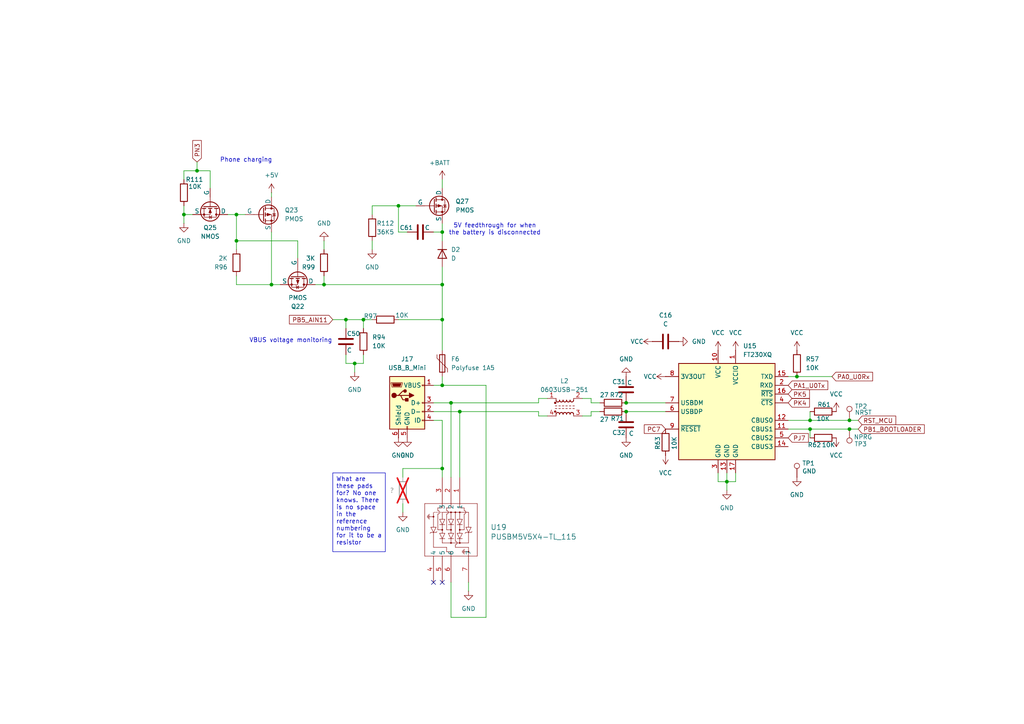
<source format=kicad_sch>
(kicad_sch (version 20250114) (generator "eeschema") (generator_version "9.0")
  (paper "A4")
  (lib_symbols
    (symbol "Connector:TestPoint" (pin_numbers (hide yes)) (pin_names (offset 0.762) (hide yes))
      (property "Reference" "TP" (at 0 6.858 0))
      (property "Value" "TestPoint" (at 0 5.08 0))
      (symbol "TestPoint_0_1"
        (circle (center 0 3.302) (radius 0.762))
      )
      (symbol "TestPoint_1_1"
        (pin passive line (at 0 0 90) (length 2.54) (name "1") (number "1"))
      )
    )
    (symbol "Connector:USB_B_Mini" (pin_names (offset 1.016))
      (property "Reference" "J" (at -5.08 11.43 0))
      (property "Value" "USB_B_Mini" (at -5.08 8.89 0))
      (symbol "USB_B_Mini_0_1"
        (rectangle (start -5.08 -7.62) (end 5.08 7.62) (stroke (width 0.254)) (fill (type background)))
        (polyline (pts (xy -4.699 5.842) (xy -4.699 5.588) (xy -4.445 4.826) (xy -4.445 4.572) (xy -1.651 4.572) (xy -1.651 4.826) (xy -1.397 5.588) (xy -1.397 5.842) (xy -4.699 5.842)))
        (polyline (pts (xy -4.318 5.588) (xy -1.778 5.588) (xy -2.032 4.826) (xy -4.064 4.826) (xy -4.318 5.588)) (fill (type outline)))
        (circle (center -3.81 2.159) (radius 0.635) (stroke (width 0.254)) (fill (type outline)))
        (polyline (pts (xy -3.175 2.159) (xy -2.54 2.159) (xy -1.27 3.429) (xy -0.635 3.429)) (stroke (width 0.254)))
        (polyline (pts (xy -2.54 2.159) (xy -1.905 2.159) (xy -1.27 0.889) (xy 0 0.889)) (stroke (width 0.254)))
        (polyline (pts (xy -1.905 2.159) (xy 0.635 2.159)) (stroke (width 0.254)))
        (circle (center -0.635 3.429) (radius 0.381) (stroke (width 0.254)) (fill (type outline)))
        (rectangle (start -0.127 -7.62) (end 0.127 -6.858))
        (rectangle (start 0.254 1.27) (end -0.508 0.508) (stroke (width 0.254)) (fill (type outline)))
        (polyline (pts (xy 0.635 2.794) (xy 0.635 1.524) (xy 1.905 2.159) (xy 0.635 2.794)) (stroke (width 0.254)) (fill (type outline)))
        (rectangle (start 5.08 4.953) (end 4.318 5.207))
        (rectangle (start 5.08 -0.127) (end 4.318 0.127))
        (rectangle (start 5.08 -2.667) (end 4.318 -2.413))
        (rectangle (start 5.08 -5.207) (end 4.318 -4.953))
      )
      (symbol "USB_B_Mini_1_1"
        (pin passive line (at -2.54 -10.16 90) (length 2.54) (name "Shield") (number "6"))
        (pin power_out line (at 0 -10.16 90) (length 2.54) (name "GND") (number "5"))
        (pin power_out line (at 7.62 5.08 180) (length 2.54) (name "VBUS") (number "1"))
        (pin bidirectional line (at 7.62 0 180) (length 2.54) (name "D+") (number "3"))
        (pin bidirectional line (at 7.62 -2.54 180) (length 2.54) (name "D-") (number "2"))
        (pin passive line (at 7.62 -5.08 180) (length 2.54) (name "ID") (number "4"))
      )
    )
    (symbol "Device:C" (pin_numbers (hide yes)) (pin_names (offset 0.254))
      (property "Reference" "C" (at 0.635 2.54 0))
      (property "Value" "C" (at 0.635 -2.54 0))
      (symbol "C_0_1"
        (polyline (pts (xy -2.032 0.762) (xy 2.032 0.762)) (stroke (width 0.508)))
        (polyline (pts (xy -2.032 -0.762) (xy 2.032 -0.762)) (stroke (width 0.508)))
      )
      (symbol "C_1_1"
        (pin passive line (at 0 3.81 270) (length 2.794) (name "~") (number "1"))
        (pin passive line (at 0 -3.81 90) (length 2.794) (name "~") (number "2"))
      )
    )
    (symbol "Device:D" (pin_numbers (hide yes)) (pin_names (offset 1.016) (hide yes))
      (property "Reference" "D" (at 0 2.54 0))
      (property "Value" "D" (at 0 -2.54 0))
      (symbol "D_0_1"
        (polyline (pts (xy -1.27 1.27) (xy -1.27 -1.27)) (stroke (width 0.254)))
        (polyline (pts (xy 1.27 1.27) (xy 1.27 -1.27) (xy -1.27 0) (xy 1.27 1.27)) (stroke (width 0.254)))
        (polyline (pts (xy 1.27 0) (xy -1.27 0)))
      )
      (symbol "D_1_1"
        (pin passive line (at -3.81 0 0) (length 2.54) (name "K") (number "1"))
        (pin passive line (at 3.81 0 180) (length 2.54) (name "A") (number "2"))
      )
    )
    (symbol "Device:Polyfuse" (pin_numbers (hide yes)) (pin_names (offset 0))
      (property "Reference" "F" (at -2.54 0 90))
      (property "Value" "Polyfuse" (at 2.54 0 90))
      (symbol "Polyfuse_0_1"
        (polyline (pts (xy -1.524 2.54) (xy -1.524 1.524) (xy 1.524 -1.524) (xy 1.524 -2.54)))
        (rectangle (start -0.762 2.54) (end 0.762 -2.54) (stroke (width 0.254)))
        (polyline (pts (xy 0 2.54) (xy 0 -2.54)))
      )
      (symbol "Polyfuse_1_1"
        (pin passive line (at 0 3.81 270) (length 1.27) (name "~") (number "1"))
        (pin passive line (at 0 -3.81 90) (length 1.27) (name "~") (number "2"))
      )
    )
    (symbol "Device:R" (pin_numbers (hide yes)) (pin_names (offset 0))
      (property "Reference" "R" (at 2.032 0 90))
      (property "Value" "R" (at 0 0 90))
      (symbol "R_0_1"
        (rectangle (start -1.016 -2.54) (end 1.016 2.54) (stroke (width 0.254)))
      )
      (symbol "R_1_1"
        (pin passive line (at 0 3.81 270) (length 1.27) (name "~") (number "1"))
        (pin passive line (at 0 -3.81 90) (length 1.27) (name "~") (number "2"))
      )
    )
    (symbol "Filter:0603USB-251" (pin_names (offset 0.254) (hide yes))
      (property "Reference" "FL" (at 0 4.445 0))
      (property "Value" "0603USB-251" (at 0 -4.445 0))
      (symbol "0603USB-251_0_1"
        (circle (center -2.794 1.27) (radius 0.254) (fill (type outline)))
        (polyline (pts (xy -2.794 0.381) (xy -2.286 0.381)))
        (polyline (pts (xy -2.794 -0.381) (xy -2.286 -0.381)))
        (circle (center -2.794 -1.27) (radius 0.254) (fill (type outline)))
        (polyline (pts (xy -2.54 2.032) (xy -2.54 2.54)))
        (polyline (pts (xy -2.54 -2.032) (xy -2.54 -2.54)))
        (arc (start -1.524 2.032) (mid -2.032 1.5262) (end -2.54 2.032) (stroke (width 0.254)))
        (arc (start -2.54 -2.032) (mid -2.032 -1.5262) (end -1.524 -2.032) (stroke (width 0.254)))
        (polyline (pts (xy -1.778 0.381) (xy -1.27 0.381)))
        (polyline (pts (xy -1.778 -0.381) (xy -1.27 -0.381)))
        (arc (start -0.508 2.032) (mid -1.016 1.5262) (end -1.524 2.032) (stroke (width 0.254)))
        (arc (start -1.524 -2.032) (mid -1.016 -1.5262) (end -0.508 -2.032) (stroke (width 0.254)))
        (polyline (pts (xy -0.762 0.381) (xy -0.254 0.381)))
        (polyline (pts (xy -0.762 -0.381) (xy -0.254 -0.381)))
        (arc (start 0.508 2.032) (mid 0 1.5262) (end -0.508 2.032) (stroke (width 0.254)))
        (arc (start -0.508 -2.032) (mid 0 -1.5262) (end 0.508 -2.032) (stroke (width 0.254)))
        (polyline (pts (xy 0.254 0.381) (xy 0.762 0.381)))
        (polyline (pts (xy 0.254 -0.381) (xy 0.762 -0.381)))
        (arc (start 1.524 2.032) (mid 1.016 1.5262) (end 0.508 2.032) (stroke (width 0.254)))
        (arc (start 0.508 -2.032) (mid 1.016 -1.5262) (end 1.524 -2.032) (stroke (width 0.254)))
        (polyline (pts (xy 1.27 0.381) (xy 1.778 0.381)))
        (polyline (pts (xy 1.27 -0.381) (xy 1.778 -0.381)))
        (arc (start 2.54 2.032) (mid 2.032 1.5262) (end 1.524 2.032) (stroke (width 0.254)))
        (arc (start 1.524 -2.032) (mid 2.032 -1.5262) (end 2.54 -2.032) (stroke (width 0.254)))
        (polyline (pts (xy 2.286 0.381) (xy 2.794 0.381)))
        (polyline (pts (xy 2.286 -0.381) (xy 2.794 -0.381)))
        (polyline (pts (xy 2.54 2.54) (xy 2.54 2.032)))
        (polyline (pts (xy 2.54 -2.032) (xy 2.54 -2.54)))
      )
      (symbol "0603USB-251_1_1"
        (pin passive line (at -5.08 2.54 0) (length 2.54) (name "1") (number "1"))
        (pin passive line (at -5.08 -2.54 0) (length 2.54) (name "4") (number "4"))
        (pin passive line (at 5.08 2.54 180) (length 2.54) (name "2") (number "2"))
        (pin passive line (at 5.08 -2.54 180) (length 2.54) (name "3") (number "3"))
      )
    )
    (symbol "Interface_USB:FT230XQ"
      (property "Reference" "U" (at -13.97 15.24 0))
      (property "Value" "FT230XQ" (at 7.62 15.24 0))
      (symbol "FT230XQ_0_1"
        (rectangle (start -13.97 13.97) (end 13.97 -13.97) (stroke (width 0.254)) (fill (type background)))
      )
      (symbol "FT230XQ_1_1"
        (pin power_out line (at -17.78 10.16 0) (length 3.81) (name "3V3OUT") (number "8"))
        (pin bidirectional line (at -17.78 2.54 0) (length 3.81) (name "USBDM") (number "7"))
        (pin bidirectional line (at -17.78 0 0) (length 3.81) (name "USBDP") (number "6"))
        (pin input line (at -17.78 -5.08 0) (length 3.81) (name "~{RESET}") (number "9"))
        (pin power_in line (at -2.54 17.78 270) (length 3.81) (name "VCC") (number "10"))
        (pin power_in line (at -2.54 -17.78 90) (length 3.81) (name "GND") (number "3"))
        (pin power_in line (at 0 -17.78 90) (length 3.81) (name "GND") (number "13"))
        (pin power_in line (at 2.54 17.78 270) (length 3.81) (name "VCCIO") (number "1"))
        (pin power_in line (at 2.54 -17.78 90) (length 3.81) (name "GND") (number "17"))
        (pin output line (at 17.78 10.16 180) (length 3.81) (name "TXD") (number "15"))
        (pin input line (at 17.78 7.62 180) (length 3.81) (name "RXD") (number "2"))
        (pin output line (at 17.78 5.08 180) (length 3.81) (name "~{RTS}") (number "16"))
        (pin input line (at 17.78 2.54 180) (length 3.81) (name "~{CTS}") (number "4"))
        (pin bidirectional line (at 17.78 -2.54 180) (length 3.81) (name "CBUS0") (number "12"))
        (pin bidirectional line (at 17.78 -5.08 180) (length 3.81) (name "CBUS1") (number "11"))
        (pin bidirectional line (at 17.78 -7.62 180) (length 3.81) (name "CBUS2") (number "5"))
        (pin bidirectional line (at 17.78 -10.16 180) (length 3.81) (name "CBUS3") (number "14"))
      )
    )
    (symbol "PUSBM5V5X4_TL_115:PUSBM5V5X4-TL_115" (pin_names (offset 0.254))
      (property "Reference" "CR" (at 15.24 10.16 0))
      (property "Value" "PUSBM5V5X4-TL_115" (at 15.24 7.62 0))
      (symbol "PUSBM5V5X4-TL_115_0_1"
        (polyline (pts (xy 7.62 5.08) (xy 7.62 -10.16)) (stroke (width 0.127)))
        (polyline (pts (xy 7.62 -2.54) (xy 8.89 -2.54)) (stroke (width 0.127)))
        (polyline (pts (xy 7.62 -5.08) (xy 8.89 -5.08)) (stroke (width 0.127)))
        (polyline (pts (xy 7.62 -10.16) (xy 22.86 -10.16)) (stroke (width 0.127)))
        (polyline (pts (xy 8.89 1.27) (xy 8.89 0)) (stroke (width 0.127)))
        (polyline (pts (xy 8.89 1.27) (xy 9.652 1.27)) (stroke (width 0.127)))
        (polyline (pts (xy 8.89 0) (xy 7.62 0)) (stroke (width 0.127)))
        (polyline (pts (xy 8.89 -2.54) (xy 8.89 -3.81)) (stroke (width 0.127)))
        (polyline (pts (xy 8.89 -3.81) (xy 9.652 -3.81)) (stroke (width 0.127)))
        (polyline (pts (xy 8.89 -5.08) (xy 8.89 -6.35)) (stroke (width 0.127)))
        (polyline (pts (xy 8.89 -6.35) (xy 9.652 -6.35)) (stroke (width 0.127)))
        (polyline (pts (xy 10.16 2.54) (xy 10.16 -5.08)) (stroke (width 0.127)))
        (polyline (pts (xy 10.16 2.54) (xy 14.478 2.54)) (stroke (width 0.127)))
        (arc (start 9.652 1.27) (mid 10.16 1.7757) (end 10.668 1.27) (stroke (width 0.127)))
        (polyline (pts (xy 10.16 0) (xy 12.192 0)) (stroke (width 0.127)))
        (circle (center 10.16 0) (radius 0.127) (stroke (width 0.254)))
        (polyline (pts (xy 10.16 -1.27) (xy 18.542 -1.27)) (stroke (width 0.127)))
        (circle (center 10.16 -1.27) (radius 0.127) (stroke (width 0.254)))
        (circle (center 10.16 -2.54) (radius 0.127) (stroke (width 0.254)))
        (arc (start 9.652 -3.81) (mid 10.16 -3.3042) (end 10.668 -3.81) (stroke (width 0.127)))
        (polyline (pts (xy 10.16 -5.334) (xy 10.16 -5.588)) (stroke (width 0.127)))
        (polyline (pts (xy 10.16 -6.096) (xy 10.16 -6.35)) (stroke (width 0.127)))
        (arc (start 9.652 -6.35) (mid 10.16 -5.8442) (end 10.668 -6.35) (stroke (width 0.127)))
        (polyline (pts (xy 10.16 -6.604) (xy 10.16 -6.858)) (stroke (width 0.127)))
        (polyline (pts (xy 10.16 -7.112) (xy 10.16 -7.366)) (stroke (width 0.127)))
        (polyline (pts (xy 10.16 -7.62) (xy 14.478 -7.62)) (stroke (width 0.127)))
        (polyline (pts (xy 10.668 1.27) (xy 15.24 1.27)) (stroke (width 0.127)))
        (polyline (pts (xy 10.668 -3.81) (xy 15.24 -3.81)) (stroke (width 0.127)))
        (polyline (pts (xy 10.668 -6.35) (xy 15.24 -6.35)) (stroke (width 0.127)))
        (polyline (pts (xy 10.668 -8.89) (xy 12.192 -8.89)) (stroke (width 0.127)))
        (polyline (pts (xy 10.922 -9.144) (xy 11.938 -9.144)) (stroke (width 0.127)))
        (polyline (pts (xy 11.176 -9.398) (xy 11.684 -9.398)) (stroke (width 0.127)))
        (circle (center 11.43 -7.62) (radius 0.127) (stroke (width 0.254)))
        (polyline (pts (xy 11.43 -8.89) (xy 11.43 -7.62)) (stroke (width 0.127)))
        (polyline (pts (xy 12.192 0.762) (xy 12.192 -0.762)) (stroke (width 0.127)))
        (polyline (pts (xy 12.192 -0.762) (xy 13.716 0)) (stroke (width 0.127)))
        (polyline (pts (xy 12.192 -1.778) (xy 12.192 -3.302)) (stroke (width 0.127)))
        (polyline (pts (xy 12.192 -2.54) (xy 10.16 -2.54)) (stroke (width 0.127)))
        (polyline (pts (xy 12.192 -3.302) (xy 13.716 -2.54)) (stroke (width 0.127)))
        (polyline (pts (xy 12.192 -4.318) (xy 12.192 -5.842)) (stroke (width 0.127)))
        (polyline (pts (xy 12.192 -5.08) (xy 10.16 -5.08)) (stroke (width 0.127)))
        (polyline (pts (xy 12.192 -5.842) (xy 13.716 -5.08)) (stroke (width 0.127)))
        (polyline (pts (xy 13.716 0.762) (xy 13.716 -0.762)) (stroke (width 0.127)))
        (polyline (pts (xy 13.716 0) (xy 12.192 0.762)) (stroke (width 0.127)))
        (polyline (pts (xy 13.716 0) (xy 16.256 0)) (stroke (width 0.127)))
        (polyline (pts (xy 13.716 -1.778) (xy 13.716 -3.302)) (stroke (width 0.127)))
        (polyline (pts (xy 13.716 -2.54) (xy 12.192 -1.778)) (stroke (width 0.127)))
        (polyline (pts (xy 13.716 -2.54) (xy 16.256 -2.54)) (stroke (width 0.127)))
        (polyline (pts (xy 13.716 -4.318) (xy 13.716 -5.842)) (stroke (width 0.127)))
        (polyline (pts (xy 13.716 -5.08) (xy 12.192 -4.318)) (stroke (width 0.127)))
        (polyline (pts (xy 13.716 -5.08) (xy 16.256 -5.08)) (stroke (width 0.127)))
        (polyline (pts (xy 14.478 3.302) (xy 14.478 1.778)) (stroke (width 0.127)))
        (polyline (pts (xy 14.478 1.778) (xy 16.002 2.54)) (stroke (width 0.127)))
        (polyline (pts (xy 14.478 -6.858) (xy 14.478 -8.382)) (stroke (width 0.127)))
        (polyline (pts (xy 14.478 -8.382) (xy 16.002 -7.62)) (stroke (width 0.127)))
        (polyline (pts (xy 15.24 1.27) (xy 15.24 0)) (stroke (width 0.127)))
        (circle (center 15.24 0) (radius 0.127) (stroke (width 0.254)))
        (circle (center 15.24 -2.54) (radius 0.127) (stroke (width 0.254)))
        (polyline (pts (xy 15.24 -3.81) (xy 15.24 -2.54)) (stroke (width 0.127)))
        (circle (center 15.24 -5.08) (radius 0.127) (stroke (width 0.254)))
        (polyline (pts (xy 15.24 -6.35) (xy 15.24 -5.08)) (stroke (width 0.127)))
        (polyline (pts (xy 16.002 3.302) (xy 15.748 3.556)) (stroke (width 0.127)))
        (polyline (pts (xy 16.002 3.302) (xy 16.002 1.778)) (stroke (width 0.127)))
        (polyline (pts (xy 16.002 2.54) (xy 14.478 3.302)) (stroke (width 0.127)))
        (polyline (pts (xy 16.002 2.54) (xy 19.05 2.54)) (stroke (width 0.127)))
        (polyline (pts (xy 16.002 1.778) (xy 16.256 1.524)) (stroke (width 0.127)))
        (polyline (pts (xy 16.002 -6.858) (xy 15.748 -6.604)) (stroke (width 0.127)))
        (polyline (pts (xy 16.002 -6.858) (xy 16.002 -8.382)) (stroke (width 0.127)))
        (polyline (pts (xy 16.002 -7.62) (xy 14.478 -6.858)) (stroke (width 0.127)))
        (polyline (pts (xy 16.002 -7.62) (xy 20.32 -7.62)) (stroke (width 0.127)))
        (polyline (pts (xy 16.002 -8.382) (xy 16.256 -8.636)) (stroke (width 0.127)))
        (polyline (pts (xy 16.256 0.762) (xy 16.256 -0.762)) (stroke (width 0.127)))
        (polyline (pts (xy 16.256 -0.762) (xy 17.78 0)) (stroke (width 0.127)))
        (polyline (pts (xy 16.256 -1.778) (xy 16.256 -3.302)) (stroke (width 0.127)))
        (polyline (pts (xy 16.256 -3.302) (xy 17.78 -2.54)) (stroke (width 0.127)))
        (polyline (pts (xy 16.256 -4.318) (xy 16.256 -5.842)) (stroke (width 0.127)))
        (polyline (pts (xy 16.256 -5.842) (xy 17.78 -5.08)) (stroke (width 0.127)))
        (polyline (pts (xy 17.78 0.762) (xy 17.78 -0.762)) (stroke (width 0.127)))
        (polyline (pts (xy 17.78 0) (xy 16.256 0.762)) (stroke (width 0.127)))
        (polyline (pts (xy 17.78 0) (xy 19.05 0)) (stroke (width 0.127)))
        (polyline (pts (xy 17.78 -1.778) (xy 17.78 -3.302)) (stroke (width 0.127)))
        (polyline (pts (xy 17.78 -2.54) (xy 16.256 -1.778)) (stroke (width 0.127)))
        (polyline (pts (xy 17.78 -2.54) (xy 19.05 -2.54)) (stroke (width 0.127)))
        (polyline (pts (xy 17.78 -4.318) (xy 17.78 -5.842)) (stroke (width 0.127)))
        (polyline (pts (xy 17.78 -5.08) (xy 16.256 -4.318)) (stroke (width 0.127)))
        (polyline (pts (xy 17.78 -5.08) (xy 19.05 -5.08)) (stroke (width 0.127)))
        (polyline (pts (xy 19.05 2.54) (xy 19.05 -5.08)) (stroke (width 0.127)))
        (circle (center 19.05 0) (radius 0.127) (stroke (width 0.254)))
        (arc (start 18.542 -1.27) (mid 19.05 -0.7642) (end 19.558 -1.27) (stroke (width 0.127)))
        (circle (center 19.05 -2.54) (radius 0.127) (stroke (width 0.254)))
        (polyline (pts (xy 19.558 -1.27) (xy 20.32 -1.27)) (stroke (width 0.127)))
        (polyline (pts (xy 20.32 2.54) (xy 22.86 2.54)) (stroke (width 0.127)))
        (polyline (pts (xy 20.32 -1.27) (xy 20.32 2.54)) (stroke (width 0.127)))
        (polyline (pts (xy 20.32 -3.81) (xy 21.59 -3.81)) (stroke (width 0.127)))
        (polyline (pts (xy 20.32 -7.62) (xy 20.32 -3.81)) (stroke (width 0.127)))
        (polyline (pts (xy 20.828 1.27) (xy 22.352 1.27)) (stroke (width 0.127)))
        (polyline (pts (xy 21.082 1.016) (xy 22.098 1.016)) (stroke (width 0.127)))
        (polyline (pts (xy 21.336 0.762) (xy 21.844 0.762)) (stroke (width 0.127)))
        (polyline (pts (xy 21.59 2.54) (xy 21.59 1.27)) (stroke (width 0.127)))
        (circle (center 21.59 2.54) (radius 0.127) (stroke (width 0.254)))
        (polyline (pts (xy 21.59 -2.54) (xy 22.86 -2.54)) (stroke (width 0.127)))
        (polyline (pts (xy 21.59 -3.81) (xy 21.59 -2.54)) (stroke (width 0.127)))
        (polyline (pts (xy 22.86 5.08) (xy 7.62 5.08)) (stroke (width 0.127)))
        (polyline (pts (xy 22.86 -10.16) (xy 22.86 5.08)) (stroke (width 0.127)))
        (pin unspecified line (at 0 0 0) (length 7.62) (name "1") (number "1"))
        (pin unspecified line (at 0 -2.54 0) (length 7.62) (name "2") (number "2"))
        (pin unspecified line (at 0 -5.08 0) (length 7.62) (name "3") (number "3"))
        (pin unspecified line (at 30.48 2.54 180) (length 7.62) (name "7") (number "7"))
        (pin unspecified line (at 30.48 -2.54 180) (length 7.62) (name "6") (number "6"))
        (pin unspecified line (at 30.48 -5.08 180) (length 7.62) (name "5") (number "5"))
        (pin unspecified line (at 30.48 -7.62 180) (length 7.62) (name "4") (number "4"))
      )
    )
    (symbol "Simulation_SPICE:NMOS" (pin_numbers (hide yes)) (pin_names (offset 0))
      (property "Reference" "Q" (at 5.08 1.27 0))
      (property "Value" "NMOS" (at 5.08 -1.27 0))
      (symbol "NMOS_0_1"
        (polyline (pts (xy 0.254 1.905) (xy 0.254 -1.905)) (stroke (width 0.254)))
        (polyline (pts (xy 0.254 0) (xy -2.54 0)))
        (polyline (pts (xy 0.762 2.286) (xy 0.762 1.27)) (stroke (width 0.254)))
        (polyline (pts (xy 0.762 0.508) (xy 0.762 -0.508)) (stroke (width 0.254)))
        (polyline (pts (xy 0.762 -1.27) (xy 0.762 -2.286)) (stroke (width 0.254)))
        (polyline (pts (xy 0.762 -1.778) (xy 3.302 -1.778) (xy 3.302 1.778) (xy 0.762 1.778)))
        (polyline (pts (xy 1.016 0) (xy 2.032 0.381) (xy 2.032 -0.381) (xy 1.016 0)) (fill (type outline)))
        (circle (center 1.651 0) (radius 2.794) (stroke (width 0.254)))
        (polyline (pts (xy 2.54 2.54) (xy 2.54 1.778)))
        (circle (center 2.54 1.778) (radius 0.254) (fill (type outline)))
        (circle (center 2.54 -1.778) (radius 0.254) (fill (type outline)))
        (polyline (pts (xy 2.54 -2.54) (xy 2.54 0) (xy 0.762 0)))
        (polyline (pts (xy 2.794 0.508) (xy 2.921 0.381) (xy 3.683 0.381) (xy 3.81 0.254)))
        (polyline (pts (xy 3.302 0.381) (xy 2.921 -0.254) (xy 3.683 -0.254) (xy 3.302 0.381)))
      )
      (symbol "NMOS_1_1"
        (pin input line (at -5.08 0 0) (length 2.54) (name "G") (number "2"))
        (pin passive line (at 2.54 5.08 270) (length 2.54) (name "D") (number "1"))
        (pin passive line (at 2.54 -5.08 90) (length 2.54) (name "S") (number "3"))
      )
    )
    (symbol "Simulation_SPICE:PMOS" (pin_numbers (hide yes)) (pin_names (offset 0))
      (property "Reference" "Q" (at 5.08 1.27 0))
      (property "Value" "PMOS" (at 5.08 -1.27 0))
      (symbol "PMOS_0_1"
        (polyline (pts (xy 0.254 1.905) (xy 0.254 -1.905)) (stroke (width 0.254)))
        (polyline (pts (xy 0.254 0) (xy -2.54 0)))
        (polyline (pts (xy 0.762 2.286) (xy 0.762 1.27)) (stroke (width 0.254)))
        (polyline (pts (xy 0.762 1.778) (xy 3.302 1.778) (xy 3.302 -1.778) (xy 0.762 -1.778)))
        (polyline (pts (xy 0.762 0.508) (xy 0.762 -0.508)) (stroke (width 0.254)))
        (polyline (pts (xy 0.762 -1.27) (xy 0.762 -2.286)) (stroke (width 0.254)))
        (circle (center 1.651 0) (radius 2.794) (stroke (width 0.254)))
        (polyline (pts (xy 2.286 0) (xy 1.27 0.381) (xy 1.27 -0.381) (xy 2.286 0)) (fill (type outline)))
        (polyline (pts (xy 2.54 2.54) (xy 2.54 1.778)))
        (circle (center 2.54 1.778) (radius 0.254) (fill (type outline)))
        (circle (center 2.54 -1.778) (radius 0.254) (fill (type outline)))
        (polyline (pts (xy 2.54 -2.54) (xy 2.54 0) (xy 0.762 0)))
        (polyline (pts (xy 2.794 -0.508) (xy 2.921 -0.381) (xy 3.683 -0.381) (xy 3.81 -0.254)))
        (polyline (pts (xy 3.302 -0.381) (xy 2.921 0.254) (xy 3.683 0.254) (xy 3.302 -0.381)))
      )
      (symbol "PMOS_1_1"
        (pin input line (at -5.08 0 0) (length 2.54) (name "G") (number "2"))
        (pin passive line (at 2.54 5.08 270) (length 2.54) (name "D") (number "1"))
        (pin passive line (at 2.54 -5.08 90) (length 2.54) (name "S") (number "3"))
      )
    )
    (symbol "power:+5V" (power) (pin_numbers (hide yes)) (pin_names (offset 0) (hide yes))
      (property "Value" "+5V" (at 0 3.556 0))
      (symbol "+5V_0_1"
        (polyline (pts (xy -0.762 1.27) (xy 0 2.54)))
        (polyline (pts (xy 0 2.54) (xy 0.762 1.27)))
        (polyline (pts (xy 0 0) (xy 0 2.54)))
      )
      (symbol "+5V_1_1"
        (pin power_in line (at 0 0 90) (length 0) (name "~") (number "1"))
      )
    )
    (symbol "power:+BATT" (power) (pin_numbers (hide yes)) (pin_names (offset 0) (hide yes))
      (property "Value" "+BATT" (at 0 3.556 0))
      (symbol "+BATT_0_1"
        (polyline (pts (xy -0.762 1.27) (xy 0 2.54)))
        (polyline (pts (xy 0 2.54) (xy 0.762 1.27)))
        (polyline (pts (xy 0 0) (xy 0 2.54)))
      )
      (symbol "+BATT_1_1"
        (pin power_in line (at 0 0 90) (length 0) (name "~") (number "1"))
      )
    )
    (symbol "power:GND" (power) (pin_numbers (hide yes)) (pin_names (offset 0) (hide yes))
      (property "Value" "GND" (at 0 -3.81 0))
      (symbol "GND_0_1"
        (polyline (pts (xy 0 0) (xy 0 -1.27) (xy 1.27 -1.27) (xy 0 -2.54) (xy -1.27 -1.27) (xy 0 -1.27)))
      )
      (symbol "GND_1_1"
        (pin power_in line (at 0 0 270) (length 0) (name "~") (number "1"))
      )
    )
    (symbol "power:VCC" (power) (pin_numbers (hide yes)) (pin_names (offset 0) (hide yes))
      (property "Value" "VCC" (at 0 3.556 0))
      (symbol "VCC_0_1"
        (polyline (pts (xy -0.762 1.27) (xy 0 2.54)))
        (polyline (pts (xy 0 2.54) (xy 0.762 1.27)))
        (polyline (pts (xy 0 0) (xy 0 2.54)))
      )
      (symbol "VCC_1_1"
        (pin power_in line (at 0 0 90) (length 0) (name "~") (number "1"))
      )
    )
  )
  (text "VBUS voltage monitoring" (at 84.328 98.806 0) (effects (font (size 1.27 1.27))))
  (text "5V feedthrough for when\nthe battery is disconnected" (at 143.51 66.548 0) (effects (font (size 1.27 1.27))))
  (text "Phone charging" (at 71.374 46.482 0) (effects (font (size 1.27 1.27))))
  (text_box "What are these pads for? No one knows. There is no space in the reference numbering for it to be a resistor" (at 96.52 137.16 0) (size 15.24 22.86) (margins 0.9525 0.9525 0.9525 0.9525) (effects (font (size 1.27 1.27)) (justify left top)))
  (junction (at 102.87 105.41))
  (junction (at 130.81 116.84))
  (junction (at 234.95 124.46))
  (junction (at 246.38 124.46))
  (junction (at 53.34 62.23))
  (junction (at 68.58 69.85))
  (junction (at 93.98 82.55))
  (junction (at 128.27 111.76))
  (junction (at 210.82 139.7))
  (junction (at 128.27 135.89))
  (junction (at 105.41 92.71))
  (junction (at 78.74 82.55))
  (junction (at 234.95 121.92))
  (junction (at 231.14 109.22))
  (junction (at 128.27 92.71))
  (junction (at 128.27 67.31))
  (junction (at 128.27 82.55))
  (junction (at 181.61 116.84))
  (junction (at 133.35 119.38))
  (junction (at 68.58 62.23))
  (junction (at 57.15 49.53))
  (junction (at 100.33 92.71))
  (junction (at 115.57 59.69))
  (junction (at 246.38 121.92))
  (junction (at 181.61 119.38))
  (no_connect (at 128.27 168.91))
  (no_connect (at 125.73 168.91))
  (wire (pts (xy 107.95 59.69) (xy 107.95 62.23)))
  (wire (pts (xy 53.34 62.23) (xy 53.34 64.77)))
  (wire (pts (xy 133.35 119.38) (xy 156.21 119.38)))
  (wire (pts (xy 128.27 135.89) (xy 128.27 138.43)))
  (wire (pts (xy 100.33 92.71) (xy 100.33 95.25)))
  (wire (pts (xy 181.61 116.84) (xy 193.04 116.84)))
  (wire (pts (xy 107.95 69.85) (xy 107.95 72.39)))
  (wire (pts (xy 210.82 139.7) (xy 210.82 142.24)))
  (wire (pts (xy 68.58 62.23) (xy 71.12 62.23)))
  (wire (pts (xy 234.95 121.92) (xy 246.38 121.92)))
  (wire (pts (xy 115.57 92.71) (xy 128.27 92.71)))
  (wire (pts (xy 133.35 119.38) (xy 133.35 138.43)))
  (wire (pts (xy 156.21 119.38) (xy 156.21 120.65)))
  (wire (pts (xy 128.27 77.47) (xy 128.27 82.55)))
  (wire (pts (xy 234.95 124.46) (xy 246.38 124.46)))
  (wire (pts (xy 128.27 52.07) (xy 128.27 54.61)))
  (wire (pts (xy 68.58 69.85) (xy 68.58 62.23)))
  (wire (pts (xy 125.73 121.92) (xy 128.27 121.92)))
  (wire (pts (xy 102.87 105.41) (xy 100.33 105.41)))
  (wire (pts (xy 53.34 52.07) (xy 53.34 49.53)))
  (wire (pts (xy 78.74 82.55) (xy 68.58 82.55)))
  (wire (pts (xy 130.81 179.07) (xy 140.97 179.07)))
  (wire (pts (xy 125.73 116.84) (xy 130.81 116.84)))
  (wire (pts (xy 93.98 82.55) (xy 93.98 80.01)))
  (wire (pts (xy 105.41 102.87) (xy 105.41 105.41)))
  (wire (pts (xy 128.27 111.76) (xy 140.97 111.76)))
  (wire (pts (xy 53.34 62.23) (xy 55.88 62.23)))
  (wire (pts (xy 228.6 121.92) (xy 234.95 121.92)))
  (wire (pts (xy 100.33 92.71) (xy 105.41 92.71)))
  (wire (pts (xy 168.91 120.65) (xy 171.45 120.65)))
  (wire (pts (xy 105.41 92.71) (xy 107.95 92.71)))
  (wire (pts (xy 241.3 109.22) (xy 231.14 109.22)))
  (wire (pts (xy 100.33 105.41) (xy 100.33 102.87)))
  (wire (pts (xy 93.98 72.39) (xy 93.98 69.85)))
  (wire (pts (xy 86.36 69.85) (xy 86.36 74.93)))
  (wire (pts (xy 116.84 135.89) (xy 116.84 138.43)))
  (wire (pts (xy 130.81 168.91) (xy 130.81 179.07)))
  (wire (pts (xy 171.45 119.38) (xy 173.99 119.38)))
  (wire (pts (xy 181.61 119.38) (xy 193.04 119.38)))
  (wire (pts (xy 210.82 137.16) (xy 210.82 139.7)))
  (wire (pts (xy 156.21 120.65) (xy 158.75 120.65)))
  (wire (pts (xy 116.84 146.05) (xy 116.84 148.59)))
  (wire (pts (xy 81.28 82.55) (xy 78.74 82.55)))
  (wire (pts (xy 128.27 64.77) (xy 128.27 67.31)))
  (wire (pts (xy 53.34 49.53) (xy 57.15 49.53)))
  (wire (pts (xy 128.27 111.76) (xy 125.73 111.76)))
  (wire (pts (xy 105.41 105.41) (xy 102.87 105.41)))
  (wire (pts (xy 231.14 109.22) (xy 228.6 109.22)))
  (wire (pts (xy 135.89 168.91) (xy 135.89 171.45)))
  (wire (pts (xy 125.73 67.31) (xy 128.27 67.31)))
  (wire (pts (xy 213.36 139.7) (xy 210.82 139.7)))
  (wire (pts (xy 78.74 57.15) (xy 78.74 55.88)))
  (wire (pts (xy 128.27 109.22) (xy 128.27 111.76)))
  (wire (pts (xy 102.87 105.41) (xy 102.87 107.95)))
  (wire (pts (xy 246.38 121.92) (xy 248.92 121.92)))
  (wire (pts (xy 156.21 115.57) (xy 156.21 116.84)))
  (wire (pts (xy 68.58 82.55) (xy 68.58 80.01)))
  (wire (pts (xy 171.45 116.84) (xy 173.99 116.84)))
  (wire (pts (xy 140.97 111.76) (xy 140.97 179.07)))
  (wire (pts (xy 86.36 69.85) (xy 68.58 69.85)))
  (wire (pts (xy 66.04 62.23) (xy 68.58 62.23)))
  (wire (pts (xy 93.98 82.55) (xy 128.27 82.55)))
  (wire (pts (xy 234.95 124.46) (xy 228.6 124.46)))
  (wire (pts (xy 105.41 92.71) (xy 105.41 95.25)))
  (wire (pts (xy 125.73 119.38) (xy 133.35 119.38)))
  (wire (pts (xy 60.96 49.53) (xy 60.96 54.61)))
  (wire (pts (xy 53.34 59.69) (xy 53.34 62.23)))
  (wire (pts (xy 128.27 92.71) (xy 128.27 101.6)))
  (wire (pts (xy 128.27 67.31) (xy 128.27 69.85)))
  (wire (pts (xy 234.95 119.38) (xy 234.95 121.92)))
  (wire (pts (xy 171.45 119.38) (xy 171.45 120.65)))
  (wire (pts (xy 128.27 82.55) (xy 128.27 92.71)))
  (wire (pts (xy 57.15 46.99) (xy 57.15 49.53)))
  (wire (pts (xy 68.58 72.39) (xy 68.58 69.85)))
  (wire (pts (xy 96.52 92.71) (xy 100.33 92.71)))
  (wire (pts (xy 156.21 115.57) (xy 158.75 115.57)))
  (wire (pts (xy 128.27 121.92) (xy 128.27 135.89)))
  (wire (pts (xy 208.28 137.16) (xy 208.28 139.7)))
  (wire (pts (xy 128.27 135.89) (xy 116.84 135.89)))
  (wire (pts (xy 78.74 82.55) (xy 78.74 67.31)))
  (wire (pts (xy 130.81 116.84) (xy 130.81 138.43)))
  (wire (pts (xy 168.91 115.57) (xy 171.45 115.57)))
  (wire (pts (xy 171.45 116.84) (xy 171.45 115.57)))
  (wire (pts (xy 115.57 59.69) (xy 107.95 59.69)))
  (wire (pts (xy 115.57 67.31) (xy 118.11 67.31)))
  (wire (pts (xy 246.38 124.46) (xy 248.92 124.46)))
  (wire (pts (xy 115.57 59.69) (xy 120.65 59.69)))
  (wire (pts (xy 213.36 137.16) (xy 213.36 139.7)))
  (wire (pts (xy 57.15 49.53) (xy 60.96 49.53)))
  (wire (pts (xy 91.44 82.55) (xy 93.98 82.55)))
  (wire (pts (xy 115.57 59.69) (xy 115.57 67.31)))
  (wire (pts (xy 130.81 116.84) (xy 156.21 116.84)))
  (wire (pts (xy 234.95 124.46) (xy 234.95 127)))
  (wire (pts (xy 208.28 139.7) (xy 210.82 139.7)))
  (global_label "PK4" (shape input) (at 228.6 116.84 0) (property "Intersheetrefs" "${INTERSHEET_REFS}" (effects (hide yes))))
  (global_label "PJ7" (shape input) (at 228.6 127 0) (property "Intersheetrefs" "${INTERSHEET_REFS}" (effects (hide yes))))
  (global_label "RST_MCU" (shape input) (at 248.92 121.92 0) (property "Intersheetrefs" "${INTERSHEET_REFS}" (effects (hide yes))))
  (global_label "PB1_BOOTLOADER" (shape input) (at 248.92 124.46 0) (property "Intersheetrefs" "${INTERSHEET_REFS}" (effects (hide yes))))
  (global_label "PB5_AIN11" (shape input) (at 96.52 92.71 180) (property "Intersheetrefs" "${INTERSHEET_REFS}" (effects (hide yes))))
  (global_label "PN3" (shape input) (at 57.15 46.99 90) (property "Intersheetrefs" "${INTERSHEET_REFS}" (effects (hide yes))))
  (global_label "PC7" (shape input) (at 193.04 124.46 180) (property "Intersheetrefs" "${INTERSHEET_REFS}" (effects (hide yes))))
  (global_label "PA0_U0Rx" (shape input) (at 241.3 109.22 0) (property "Intersheetrefs" "${INTERSHEET_REFS}" (effects (hide yes))))
  (global_label "PA1_U0Tx" (shape input) (at 228.6 111.76 0) (property "Intersheetrefs" "${INTERSHEET_REFS}" (effects (hide yes))))
  (global_label "PK5" (shape input) (at 228.6 114.3 0) (property "Intersheetrefs" "${INTERSHEET_REFS}" (effects (hide yes))))
  (symbol (lib_id "power:GND") (at 181.61 127 0) (unit 1)
    (property "Reference" "#PWR077" (effects (hide yes)))
    (property "Value" "GND" (at 181.61 132.08 0))
    (property "Description" "Power symbol creates a global label with name \"GND\" , ground" (effects (hide yes)))
  )
  (symbol (lib_id "power:VCC") (at 213.36 101.6 0) (unit 1)
    (property "Reference" "#PWR072" (effects (hide yes)))
    (property "Value" "VCC" (at 213.36 96.52 0))
    (property "Description" "Power symbol creates a global label with name \"VCC\"" (effects (hide yes)))
  )
  (symbol (lib_id "Device:R") (at 105.41 99.06 180) (unit 1)
    (property "Reference" "R94" (at 107.95 97.7899 0) (effects (justify right)))
    (property "Value" "10K" (at 107.95 100.3299 0) (effects (justify right)))
    (property "Description" "Resistor" (effects (hide yes)))
  )
  (symbol (lib_id "power:GND") (at 116.84 148.59 0) (unit 1)
    (property "Reference" "#PWR0225" (effects (hide yes)))
    (property "Value" "GND" (at 116.84 153.67 0))
    (property "Description" "Power symbol creates a global label with name \"GND\" , ground" (effects (hide yes)))
  )
  (symbol (lib_id "Device:D") (at 128.27 73.66 270) (unit 1)
    (property "Reference" "D2" (at 130.81 72.3899 90) (effects (justify left)))
    (property "Value" "D" (at 130.81 74.9299 90) (effects (justify left)))
    (property "Description" "Diode" (effects (hide yes)))
    (property "Sim.Device" "D" (effects (hide yes)))
    (property "Sim.Pins" "1=K 2=A" (effects (hide yes)))
  )
  (symbol (lib_id "Simulation_SPICE:PMOS") (at 86.36 80.01 270) (unit 1)
    (property "Reference" "Q22" (at 86.36 88.9 90))
    (property "Value" "PMOS" (at 86.36 86.36 90))
    (property "Datasheet" "https://ngspice.sourceforge.io/docs/ngspice-html-manual/manual.xhtml#cha_MOSFETs" (effects (hide yes)))
    (property "Description" "P-MOSFET transistor, drain/source/gate" (effects (hide yes)))
    (property "Sim.Device" "PMOS" (effects (hide yes)))
    (property "Sim.Type" "VDMOS" (effects (hide yes)))
    (property "Sim.Pins" "1=D 2=G 3=S" (effects (hide yes)))
  )
  (symbol (lib_id "Device:C") (at 193.04 99.06 90) (unit 1)
    (property "Reference" "C16" (at 193.04 91.44 90))
    (property "Value" "C" (at 193.04 93.98 90))
    (property "Description" "Unpolarized capacitor" (effects (hide yes)))
  )
  (symbol (lib_id "power:+BATT") (at 128.27 52.07 0) (unit 1)
    (property "Reference" "#PWR0227" (effects (hide yes)))
    (property "Value" "+BATT" (at 127.508 47.244 0))
    (property "Description" "Power symbol creates a global label with name \"+BATT\"" (effects (hide yes)))
  )
  (symbol (lib_id "Filter:0603USB-251") (at 163.83 118.11 0) (unit 1)
    (property "Reference" "L2" (at 163.703 110.49 0))
    (property "Value" "0603USB-251" (at 163.703 113.03 0))
    (property "Footprint" "Inductor_SMD:L_CommonModeChoke_Coilcraft_0603USB" (effects (hide yes)))
    (property "Datasheet" "https://www.coilcraft.com/pdfs/0603usb.pdf" (effects (hide yes)))
    (property "Description" "Coilcraft common mode choke, 500mA, 250VAC, 18nH, 77 mohm, 3.8Ghz" (effects (hide yes)))
  )
  (symbol (lib_id "Device:R") (at 238.76 119.38 90) (unit 1)
    (property "Reference" "R61" (at 239.014 117.348 90))
    (property "Value" "10K" (at 238.76 121.412 90))
    (property "Description" "Resistor" (effects (hide yes)))
  )
  (symbol (lib_id "Simulation_SPICE:PMOS") (at 76.2 62.23 0) (unit 1)
    (property "Reference" "Q23" (at 82.55 60.9599 0) (effects (justify left)))
    (property "Value" "PMOS" (at 82.55 63.4999 0) (effects (justify left)))
    (property "Datasheet" "https://ngspice.sourceforge.io/docs/ngspice-html-manual/manual.xhtml#cha_MOSFETs" (effects (hide yes)))
    (property "Description" "P-MOSFET transistor, drain/source/gate" (effects (hide yes)))
    (property "Sim.Device" "PMOS" (effects (hide yes)))
    (property "Sim.Type" "VDMOS" (effects (hide yes)))
    (property "Sim.Pins" "1=D 2=G 3=S" (effects (hide yes)))
  )
  (symbol (lib_id "PUSBM5V5X4_TL_115:PUSBM5V5X4-TL_115") (at 133.35 138.43 270) (unit 1)
    (property "Reference" "U19" (at 142.24 152.908 90) (effects (font (size 1.524 1.524)) (justify left)))
    (property "Value" "PUSBM5V5X4-TL_115" (at 142.24 155.702 90) (effects (font (size 1.524 1.524)) (justify left)))
    (property "Footprint" "DFN1616-6_SOT1189-1_NEX" (effects (hide yes)))
    (property "Datasheet" "PUSBM5V5X4-TL_115" (effects (hide yes)))
  )
  (symbol (lib_id "power:GND") (at 196.85 99.06 90) (unit 1)
    (property "Reference" "#PWR079" (effects (hide yes)))
    (property "Value" "GND" (at 200.66 99.0599 90) (effects (justify right)))
    (property "Description" "Power symbol creates a global label with name \"GND\" , ground" (effects (hide yes)))
  )
  (symbol (lib_id "Simulation_SPICE:PMOS") (at 125.73 59.69 0) (unit 1)
    (property "Reference" "Q27" (at 132.08 58.4199 0) (effects (justify left)))
    (property "Value" "PMOS" (at 132.08 60.9599 0) (effects (justify left)))
    (property "Datasheet" "https://ngspice.sourceforge.io/docs/ngspice-html-manual/manual.xhtml#cha_MOSFETs" (effects (hide yes)))
    (property "Description" "P-MOSFET transistor, drain/source/gate" (effects (hide yes)))
    (property "Sim.Device" "PMOS" (effects (hide yes)))
    (property "Sim.Type" "VDMOS" (effects (hide yes)))
    (property "Sim.Pins" "1=D 2=G 3=S" (effects (hide yes)))
  )
  (symbol (lib_id "power:VCC") (at 193.04 109.22 90) (unit 1)
    (property "Reference" "#PWR073" (effects (hide yes)))
    (property "Value" "VCC" (at 190.5 109.2199 90) (effects (justify left)))
    (property "Description" "Power symbol creates a global label with name \"VCC\"" (effects (hide yes)))
  )
  (symbol (lib_id "power:GND") (at 118.11 127 0) (unit 1)
    (property "Reference" "#PWR074" (effects (hide yes)))
    (property "Value" "GND" (at 118.11 132.08 0))
    (property "Description" "Power symbol creates a global label with name \"GND\" , ground" (effects (hide yes)))
  )
  (symbol (lib_id "Interface_USB:FT230XQ") (at 210.82 119.38 0) (unit 1)
    (property "Reference" "U15" (at 215.5033 100.33 0) (effects (justify left)))
    (property "Value" "FT230XQ" (at 215.5033 102.87 0) (effects (justify left)))
    (property "Footprint" "Package_DFN_QFN:QFN-16-1EP_4x4mm_P0.65mm_EP2.1x2.1mm" (effects (hide yes)))
    (property "Datasheet" "https://www.ftdichip.com/Support/Documents/DataSheets/ICs/DS_FT230X.pdf" (effects (hide yes)))
    (property "Description" "Full Speed USB to Basic UART, QFN-16" (effects (hide yes)))
  )
  (symbol (lib_id "power:VCC") (at 208.28 101.6 0) (unit 1)
    (property "Reference" "#PWR071" (effects (hide yes)))
    (property "Value" "VCC" (at 208.28 96.52 0))
    (property "Description" "Power symbol creates a global label with name \"VCC\"" (effects (hide yes)))
  )
  (symbol (lib_id "power:GND") (at 115.57 127 0) (unit 1)
    (property "Reference" "#PWR075" (effects (hide yes)))
    (property "Value" "GND" (at 115.57 132.08 0))
    (property "Description" "Power symbol creates a global label with name \"GND\" , ground" (effects (hide yes)))
  )
  (symbol (lib_id "power:GND") (at 210.82 142.24 0) (unit 1)
    (property "Reference" "#PWR022" (effects (hide yes)))
    (property "Value" "GND" (at 210.82 147.32 0))
    (property "Description" "Power symbol creates a global label with name \"GND\" , ground" (effects (hide yes)))
  )
  (symbol (lib_id "Device:C") (at 121.92 67.31 90) (unit 1)
    (property "Reference" "C61" (at 117.856 66.04 90))
    (property "Value" "C" (at 123.952 66.04 90))
    (property "Description" "Unpolarized capacitor" (effects (hide yes)))
  )
  (symbol (lib_id "Connector:TestPoint") (at 246.38 124.46 180) (unit 1)
    (property "Reference" "TP3" (at 251.46 128.778 0) (effects (justify left)))
    (property "Value" "NPRG" (at 252.984 126.746 0) (effects (justify left)))
    (property "Description" "test point" (effects (hide yes)))
  )
  (symbol (lib_id "power:GND") (at 93.98 69.85 180) (unit 1)
    (property "Reference" "#PWR0223" (effects (hide yes)))
    (property "Value" "GND" (at 93.98 64.77 0))
    (property "Description" "Power symbol creates a global label with name \"GND\" , ground" (effects (hide yes)))
  )
  (symbol (lib_id "Device:C") (at 100.33 99.06 0) (unit 1)
    (property "Reference" "C50" (at 100.584 96.774 0) (effects (justify left)))
    (property "Value" "C" (at 100.584 101.6 0) (effects (justify left)))
    (property "Description" "Unpolarized capacitor" (effects (hide yes)))
  )
  (symbol (lib_id "Device:R") (at 231.14 105.41 0) (unit 1)
    (property "Reference" "R57" (at 233.68 104.1399 0) (effects (justify left)))
    (property "Value" "10K" (at 233.68 106.6799 0) (effects (justify left)))
    (property "Description" "Resistor" (effects (hide yes)))
  )
  (symbol (lib_id "power:GND") (at 53.34 64.77 0) (unit 1)
    (property "Reference" "#PWR0224" (effects (hide yes)))
    (property "Value" "GND" (at 53.34 69.85 0))
    (property "Description" "Power symbol creates a global label with name \"GND\" , ground" (effects (hide yes)))
  )
  (symbol (lib_id "Device:R") (at 111.76 92.71 90) (unit 1)
    (property "Reference" "R97" (at 107.442 91.694 90))
    (property "Value" "10K" (at 116.586 91.44 90))
    (property "Description" "Resistor" (effects (hide yes)))
  )
  (symbol (lib_id "Device:R") (at 177.8 116.84 90) (unit 1)
    (property "Reference" "R72" (at 178.816 114.554 90))
    (property "Value" "27" (at 175.26 114.554 90))
    (property "Description" "Resistor" (effects (hide yes)))
  )
  (symbol (lib_id "Connector:TestPoint") (at 246.38 121.92 0) (unit 1)
    (property "Reference" "TP2" (at 247.904 117.856 0) (effects (justify left)))
    (property "Value" "NRST" (at 247.904 119.634 0) (effects (justify left)))
    (property "Description" "test point" (effects (hide yes)))
  )
  (symbol (lib_id "Device:C") (at 181.61 123.19 0) (unit 1)
    (property "Reference" "C32" (at 177.546 125.476 0) (effects (justify left)))
    (property "Value" "C" (at 182.372 125.73 0) (effects (justify left)))
    (property "Description" "Unpolarized capacitor" (effects (hide yes)))
  )
  (symbol (lib_id "power:GND") (at 102.87 107.95 0) (unit 1)
    (property "Reference" "#PWR0221" (effects (hide yes)))
    (property "Value" "GND" (at 102.87 113.03 0))
    (property "Description" "Power symbol creates a global label with name \"GND\" , ground" (effects (hide yes)))
  )
  (symbol (lib_id "power:VCC") (at 189.23 99.06 90) (unit 1)
    (property "Reference" "#PWR078" (effects (hide yes)))
    (property "Value" "VCC" (at 186.69 99.0599 90) (effects (justify left)))
    (property "Description" "Power symbol creates a global label with name \"VCC\"" (effects (hide yes)))
  )
  (symbol (lib_id "Connector:TestPoint") (at 231.14 138.43 0) (unit 1)
    (property "Reference" "TP1" (at 232.664 134.366 0) (effects (justify left)))
    (property "Value" "GND" (at 232.664 136.652 0) (effects (justify left)))
    (property "Description" "test point" (effects (hide yes)))
  )
  (symbol (lib_id "power:GND") (at 135.89 171.45 0) (unit 1)
    (property "Reference" "#PWR023" (effects (hide yes)))
    (property "Value" "GND" (at 135.89 176.53 0))
    (property "Description" "Power symbol creates a global label with name \"GND\" , ground" (effects (hide yes)))
  )
  (symbol (lib_id "Device:R") (at 93.98 76.2 180) (unit 1)
    (property "Reference" "R99" (at 91.44 77.4701 0) (effects (justify left)))
    (property "Value" "3K" (at 91.44 74.9301 0) (effects (justify left)))
    (property "Description" "Resistor" (effects (hide yes)))
  )
  (symbol (lib_id "power:+5V") (at 78.74 55.88 0) (unit 1)
    (property "Reference" "#PWR0222" (effects (hide yes)))
    (property "Value" "+5V" (at 78.74 50.8 0))
    (property "Description" "Power symbol creates a global label with name \"+5V\"" (effects (hide yes)))
  )
  (symbol (lib_id "power:GND") (at 181.61 109.22 180) (unit 1)
    (property "Reference" "#PWR076" (effects (hide yes)))
    (property "Value" "GND" (at 181.61 104.14 0))
    (property "Description" "Power symbol creates a global label with name \"GND\" , ground" (effects (hide yes)))
  )
  (symbol (lib_id "Connector:USB_B_Mini") (at 118.11 116.84 0) (unit 1)
    (property "Reference" "J17" (at 118.11 104.14 0))
    (property "Value" "USB_B_Mini" (at 118.11 106.68 0))
    (property "Description" "USB Mini Type B connector" (effects (hide yes)))
  )
  (symbol (lib_id "power:GND") (at 231.14 138.43 0) (unit 1)
    (property "Reference" "#PWR099" (effects (hide yes)))
    (property "Value" "GND" (at 231.14 143.51 0))
    (property "Description" "Power symbol creates a global label with name \"GND\" , ground" (effects (hide yes)))
  )
  (symbol (lib_id "Simulation_SPICE:NMOS") (at 60.96 59.69 270) (unit 1)
    (property "Reference" "Q25" (at 60.96 66.04 90))
    (property "Value" "NMOS" (at 60.96 68.58 90))
    (property "Datasheet" "https://ngspice.sourceforge.io/docs/ngspice-html-manual/manual.xhtml#cha_MOSFETs" (effects (hide yes)))
    (property "Description" "N-MOSFET transistor, drain/source/gate" (effects (hide yes)))
    (property "Sim.Device" "NMOS" (effects (hide yes)))
    (property "Sim.Type" "VDMOS" (effects (hide yes)))
    (property "Sim.Pins" "1=D 2=G 3=S" (effects (hide yes)))
  )
  (symbol (lib_id "power:VCC") (at 242.57 119.38 0) (unit 1)
    (property "Reference" "#PWR081" (effects (hide yes)))
    (property "Value" "VCC" (at 242.57 114.3 0))
    (property "Description" "Power symbol creates a global label with name \"VCC\"" (effects (hide yes)))
  )
  (symbol (lib_id "Device:R") (at 116.84 142.24 0) (unit 1) (dnp yes)
    (property "Reference" "R?" (effects (hide yes)))
    (property "Value" "?" (at 113.03 142.24 0) (effects (justify left)))
    (property "Description" "Resistor" (effects (hide yes)))
  )
  (symbol (lib_id "power:GND") (at 107.95 72.39 0) (unit 1)
    (property "Reference" "#PWR0228" (effects (hide yes)))
    (property "Value" "GND" (at 107.95 77.47 0))
    (property "Description" "Power symbol creates a global label with name \"GND\" , ground" (effects (hide yes)))
  )
  (symbol (lib_id "Device:R") (at 68.58 76.2 180) (unit 1)
    (property "Reference" "R96" (at 66.04 77.4701 0) (effects (justify left)))
    (property "Value" "2K" (at 66.04 74.9301 0) (effects (justify left)))
    (property "Description" "Resistor" (effects (hide yes)))
  )
  (symbol (lib_id "Device:Polyfuse") (at 128.27 105.41 180) (unit 1)
    (property "Reference" "F6" (at 130.81 104.1399 0) (effects (justify right)))
    (property "Value" "Polyfuse 1A5" (at 130.81 106.6799 0) (effects (justify right)))
    (property "Description" "Resettable fuse, polymeric positive temperature coefficient" (effects (hide yes)))
  )
  (symbol (lib_id "power:VCC") (at 231.14 101.6 0) (unit 1)
    (property "Reference" "#PWR080" (effects (hide yes)))
    (property "Value" "VCC" (at 231.14 96.52 0))
    (property "Description" "Power symbol creates a global label with name \"VCC\"" (effects (hide yes)))
  )
  (symbol (lib_id "Device:C") (at 181.61 113.03 0) (unit 1)
    (property "Reference" "C31" (at 177.546 110.744 0) (effects (justify left)))
    (property "Value" "C" (at 181.864 110.998 0) (effects (justify left)))
    (property "Description" "Unpolarized capacitor" (effects (hide yes)))
  )
  (symbol (lib_id "Device:R") (at 193.04 128.27 0) (unit 1)
    (property "Reference" "R63" (at 190.754 128.524 90))
    (property "Value" "10K" (at 195.58 128.524 90))
    (property "Description" "Resistor" (effects (hide yes)))
  )
  (symbol (lib_id "Device:R") (at 107.95 66.04 0) (unit 1)
    (property "Reference" "R112" (at 109.22 64.77 0) (effects (justify left)))
    (property "Value" "36K5" (at 109.22 67.31 0) (effects (justify left)))
    (property "Description" "Resistor" (effects (hide yes)))
  )
  (symbol (lib_id "Device:R") (at 238.76 127 90) (unit 1)
    (property "Reference" "R62" (at 236.22 129.032 90))
    (property "Value" "10K" (at 240.284 129.032 90))
    (property "Description" "Resistor" (effects (hide yes)))
  )
  (symbol (lib_id "Device:R") (at 177.8 119.38 90) (unit 1)
    (property "Reference" "R71" (at 179.07 121.412 90))
    (property "Value" "27" (at 175.26 121.666 90))
    (property "Description" "Resistor" (effects (hide yes)))
  )
  (symbol (lib_id "power:VCC") (at 193.04 132.08 180) (unit 1)
    (property "Reference" "#PWR083" (effects (hide yes)))
    (property "Value" "VCC" (at 193.04 137.16 0))
    (property "Description" "Power symbol creates a global label with name \"VCC\"" (effects (hide yes)))
  )
  (symbol (lib_id "power:VCC") (at 242.57 127 180) (unit 1)
    (property "Reference" "#PWR082" (effects (hide yes)))
    (property "Value" "VCC" (at 242.57 132.08 0))
    (property "Description" "Power symbol creates a global label with name \"VCC\"" (effects (hide yes)))
  )
  (symbol (lib_id "Device:R") (at 53.34 55.88 0) (unit 1)
    (property "Reference" "R111" (at 53.848 52.07 0) (effects (justify left)))
    (property "Value" "10K" (at 54.61 54.102 0) (effects (justify left)))
    (property "Description" "Resistor" (effects (hide yes)))
  )
)
</source>
